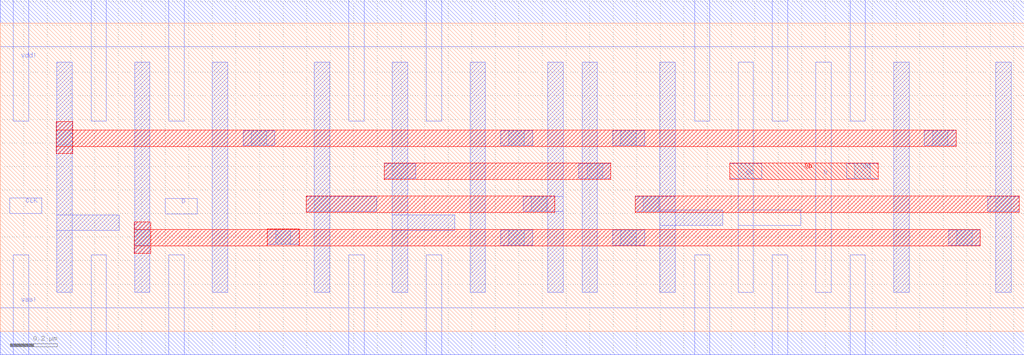
<source format=lef>
VERSION 5.8 ;
BUSBITCHARS "[]" ;
DIVIDERCHAR "/" ;

PROPERTYDEFINITIONS
  LAYER contactResistance REAL ;
END PROPERTYDEFINITIONS

UNITS
  DATABASE MICRONS 2000 ;
END UNITS
MANUFACTURINGGRID 0.0025 ;
LAYER OVERLAP
  TYPE OVERLAP ;
END OVERLAP

LAYER poly
  TYPE MASTERSLICE ;
END poly

LAYER contact
  TYPE CUT ;
  SPACING 0.075 ;
  PROPERTY contactResistance 10.5 ;
END contact

LAYER metal1
  TYPE ROUTING ;
  DIRECTION HORIZONTAL ;
  PITCH 0.19 0.19 ;
  WIDTH 0.065 ;
  SPACING 0.065 ;
  SPACING 0.065 SAMENET ;
  RESISTANCE RPERSQ 0.38 ;
END metal1

LAYER via1
  TYPE CUT ;
  SPACING 0.075 ;
  WIDTH 0.065 ;
  PROPERTY contactResistance 5.69 ;
END via1

LAYER metal2
  TYPE ROUTING ;
  DIRECTION VERTICAL ;
  PITCH 0.19 0.19 ;
  WIDTH 0.07 ;
  SPACING 0.075 ;
  SPACING 0.07 SAMENET ;
  RESISTANCE RPERSQ 0.25 ;
END metal2

LAYER via2
  TYPE CUT ;
  SPACING 0.085 ;
  WIDTH 0.07 ;
  PROPERTY contactResistance 11.39 ;
END via2

LAYER metal3
  TYPE ROUTING ;
  DIRECTION HORIZONTAL ;
  PITCH 0.19 0.19 ;
  WIDTH 0.07 ;
  SPACING 0.07 ;
  SPACING 0.07 SAMENET ;
  RESISTANCE RPERSQ 0.25 ;
END metal3

LAYER via3
  TYPE CUT ;
  SPACING 0.085 ;
  WIDTH 0.07 ;
  PROPERTY contactResistance 16.73 ;
END via3

LAYER metal4
  TYPE ROUTING ;
  DIRECTION VERTICAL ;
  PITCH 0.285 0.285 ;
  WIDTH 0.14 ;
  SPACING 0.14 ;
  SPACING 0.14 SAMENET ;
  RESISTANCE RPERSQ 0.25 ;
END metal4

LAYER via4
  TYPE CUT ;
  SPACING 0.16 ;
  WIDTH 0.14 ;
  PROPERTY contactResistance 21.44 ;
END via4

LAYER metal5
  TYPE ROUTING ;
  DIRECTION HORIZONTAL ;
  PITCH 0.285 0.285 ;
  WIDTH 0.14 ;
  SPACING 0.14 ;
  SPACING 0.14 SAMENET ;
  RESISTANCE RPERSQ 0.25 ;
END metal5

LAYER via5
  TYPE CUT ;
  SPACING 0.16 ;
  WIDTH 0.14 ;
  PROPERTY contactResistance 24.08 ;
END via5

LAYER metal6
  TYPE ROUTING ;
  DIRECTION VERTICAL ;
  PITCH 0.285 0.285 ;
  WIDTH 0.14 ;
  SPACING 0.14 ;
  SPACING 0.14 SAMENET ;
  RESISTANCE RPERSQ 0.25 ;
END metal6

LAYER via6
  TYPE CUT ;
  SPACING 0.16 ;
  WIDTH 0.14 ;
  PROPERTY contactResistance 11.39 ;
END via6

LAYER metal7
  TYPE ROUTING ;
  DIRECTION HORIZONTAL ;
  PITCH 0.855 0.855 ;
  WIDTH 0.4 ;
  SPACING 0.44 ;
  SPACING 0.44 SAMENET ;
  RESISTANCE RPERSQ 0.25 ;
END metal7

LAYER via7
  TYPE CUT ;
  SPACING 0.44 ;
  WIDTH 0.4 ;
  PROPERTY contactResistance 5.69 ;
END via7

LAYER metal8
  TYPE ROUTING ;
  DIRECTION VERTICAL ;
  PITCH 0.855 0.855 ;
  WIDTH 0.4 ;
  SPACING 0.44 ;
  SPACING 0.44 SAMENET ;
  RESISTANCE RPERSQ 0.25 ;
END metal8

LAYER via8
  TYPE CUT ;
  SPACING 0.44 ;
  WIDTH 0.4 ;
  PROPERTY contactResistance 16.73 ;
END via8

LAYER metal9
  TYPE ROUTING ;
  DIRECTION HORIZONTAL ;
  PITCH 1.71 1.71 ;
  WIDTH 0.8 ;
  SPACING 0.8 ;
  SPACING 0.8 SAMENET ;
  RESISTANCE RPERSQ 0.21 ;
END metal9

LAYER via9
  TYPE CUT ;
  SPACING 0.88 ;
  WIDTH 0.8 ;
  PROPERTY contactResistance 21.44 ;
END via9

LAYER metal10
  TYPE ROUTING ;
  DIRECTION VERTICAL ;
  PITCH 1.71 1.71 ;
  WIDTH 0.4 ;
  SPACING 0.8 ;
  SPACING 0.8 SAMENET ;
  RESISTANCE RPERSQ 0.21 ;
END metal10

VIARULE M2_M1 GENERATE
  LAYER metal1 ;
    ENCLOSURE 0 0.035 ;
  LAYER metal2 ;
    ENCLOSURE 0 0.035 ;
  LAYER via1 ;
    RECT -0.0325 -0.0325 0.0325 0.0325 ;
    SPACING 0.14 BY 0.14 ;
END M2_M1

VIARULE M3_M2 GENERATE
  LAYER metal2 ;
    ENCLOSURE 0 0.035 ;
  LAYER metal3 ;
    ENCLOSURE 0 0.035 ;
  LAYER via2 ;
    RECT -0.035 -0.035 0.035 0.035 ;
    SPACING 0.155 BY 0.155 ;
END M3_M2

VIARULE M4_M3 GENERATE
  LAYER metal3 ;
    ENCLOSURE 0 0.035 ;
  LAYER metal4 ;
    ENCLOSURE 0 0 ;
  LAYER via3 ;
    RECT -0.035 -0.035 0.035 0.035 ;
    SPACING 0.155 BY 0.155 ;
END M4_M3

VIARULE M5_M4 GENERATE
  LAYER metal4 ;
    ENCLOSURE 0 0 ;
  LAYER metal5 ;
    ENCLOSURE 0 0 ;
  LAYER via4 ;
    RECT -0.07 -0.07 0.07 0.07 ;
    SPACING 0.3 BY 0.3 ;
END M5_M4

VIARULE M6_M5 GENERATE
  LAYER metal5 ;
    ENCLOSURE 0 0 ;
  LAYER metal6 ;
    ENCLOSURE 0 0 ;
  LAYER via5 ;
    RECT -0.07 -0.07 0.07 0.07 ;
    SPACING 0.3 BY 0.3 ;
END M6_M5

VIARULE M7_M6 GENERATE
  LAYER metal6 ;
    ENCLOSURE 0 0 ;
  LAYER metal7 ;
    ENCLOSURE 0.13 0.13 ;
  LAYER via6 ;
    RECT -0.07 -0.07 0.07 0.07 ;
    SPACING 0.3 BY 0.3 ;
END M7_M6

VIARULE M8_M7 GENERATE
  LAYER metal7 ;
    ENCLOSURE 0 0 ;
  LAYER metal8 ;
    ENCLOSURE 0 0 ;
  LAYER via7 ;
    RECT -0.2 -0.2 0.2 0.2 ;
    SPACING 0.8 BY 0.8 ;
END M8_M7

VIARULE M9_M8 GENERATE
  LAYER metal8 ;
    ENCLOSURE 0 0 ;
  LAYER metal9 ;
    ENCLOSURE 0.2 0.2 ;
  LAYER via8 ;
    RECT -0.2 -0.2 0.2 0.2 ;
    SPACING 0.8 BY 0.8 ;
END M9_M8

VIARULE M10_M9 GENERATE
  LAYER metal9 ;
    ENCLOSURE 0 0 ;
  LAYER metal10 ;
    ENCLOSURE 0 0 ;
  LAYER via9 ;
    RECT -0.4 -0.4 0.4 0.4 ;
    SPACING 1.6 BY 1.6 ;
END M10_M9

VIARULE M1_POLY GENERATE
  LAYER poly ;
    ENCLOSURE 0 0 ;
  LAYER metal1 ;
    ENCLOSURE 0 0.035 ;
  LAYER contact ;
    RECT -0.0325 -0.0325 0.0325 0.0325 ;
    SPACING 0.14 BY 0.14 ;
END M1_POLY

VIA M2_M1_via DEFAULT
  LAYER metal1 ;
    RECT -0.0675 -0.0325 0.0675 0.0325 ;
  LAYER via1 ;
    RECT -0.0325 -0.0325 0.0325 0.0325 ;
  LAYER metal2 ;
    RECT -0.035 -0.0675 0.035 0.0675 ;
END M2_M1_via

VIA M3_M2_via DEFAULT
  LAYER metal2 ;
    RECT -0.035 -0.07 0.035 0.07 ;
  LAYER via2 ;
    RECT -0.035 -0.035 0.035 0.035 ;
  LAYER metal3 ;
    RECT -0.07 -0.035 0.07 0.035 ;
END M3_M2_via

VIA M4_M3_via DEFAULT
  LAYER metal3 ;
    RECT -0.07 -0.035 0.07 0.035 ;
  LAYER via3 ;
    RECT -0.035 -0.035 0.035 0.035 ;
  LAYER metal4 ;
    RECT -0.07 -0.07 0.07 0.07 ;
END M4_M3_via

VIA M5_M4_via DEFAULT
  LAYER metal4 ;
    RECT -0.07 -0.07 0.07 0.07 ;
  LAYER via4 ;
    RECT -0.07 -0.07 0.07 0.07 ;
  LAYER metal5 ;
    RECT -0.07 -0.07 0.07 0.07 ;
END M5_M4_via

VIA M6_M5_via DEFAULT
  LAYER metal5 ;
    RECT -0.07 -0.07 0.07 0.07 ;
  LAYER via5 ;
    RECT -0.07 -0.07 0.07 0.07 ;
  LAYER metal6 ;
    RECT -0.07 -0.07 0.07 0.07 ;
END M6_M5_via

VIA M7_M6_via DEFAULT
  LAYER metal6 ;
    RECT -0.07 -0.07 0.07 0.07 ;
  LAYER via6 ;
    RECT -0.07 -0.07 0.07 0.07 ;
  LAYER metal7 ;
    RECT -0.2 -0.2 0.2 0.2 ;
END M7_M6_via

VIA M8_M7_via DEFAULT
  LAYER metal7 ;
    RECT -0.2 -0.2 0.2 0.2 ;
  LAYER via7 ;
    RECT -0.2 -0.2 0.2 0.2 ;
  LAYER metal8 ;
    RECT -0.2 -0.2 0.2 0.2 ;
END M8_M7_via

VIA M9_M8_via DEFAULT
  LAYER metal8 ;
    RECT -0.2 -0.2 0.2 0.2 ;
  LAYER via8 ;
    RECT -0.2 -0.2 0.2 0.2 ;
  LAYER metal9 ;
    RECT -0.4 -0.4 0.4 0.4 ;
END M9_M8_via

VIA M10_M9_via DEFAULT
  LAYER metal9 ;
    RECT -0.4 -0.4 0.4 0.4 ;
  LAYER via9 ;
    RECT -0.4 -0.4 0.4 0.4 ;
  LAYER metal10 ;
    RECT -0.4 -0.4 0.4 0.4 ;
END M10_M9_via

VIA M2_M1_viaB DEFAULT
  LAYER metal1 ;
    RECT -0.0675 -0.0325 0.0675 0.0325 ;
  LAYER via1 ;
    RECT -0.0325 -0.0325 0.0325 0.0325 ;
  LAYER metal2 ;
    RECT -0.0675 -0.035 0.0675 0.035 ;
END M2_M1_viaB

VIA M2_M1_viaC DEFAULT
  LAYER metal1 ;
    RECT -0.0325 -0.0675 0.0325 0.0675 ;
  LAYER via1 ;
    RECT -0.0325 -0.0325 0.0325 0.0325 ;
  LAYER metal2 ;
    RECT -0.035 -0.0675 0.035 0.0675 ;
END M2_M1_viaC

VIA M3_M2_viaB DEFAULT
  LAYER metal2 ;
    RECT -0.035 -0.07 0.035 0.07 ;
  LAYER via2 ;
    RECT -0.035 -0.035 0.035 0.035 ;
  LAYER metal3 ;
    RECT -0.035 -0.07 0.035 0.07 ;
END M3_M2_viaB

VIA M3_M2_viaC DEFAULT
  LAYER metal2 ;
    RECT -0.07 -0.035 0.07 0.035 ;
  LAYER via2 ;
    RECT -0.035 -0.035 0.035 0.035 ;
  LAYER metal3 ;
    RECT -0.07 -0.035 0.07 0.035 ;
END M3_M2_viaC

VIA M4_M3_viaB DEFAULT
  LAYER metal3 ;
    RECT -0.035 -0.07 0.035 0.07 ;
  LAYER via3 ;
    RECT -0.035 -0.035 0.035 0.035 ;
  LAYER metal4 ;
    RECT -0.07 -0.07 0.07 0.07 ;
END M4_M3_viaB

SITE CoreSite
  CLASS CORE ;
  SIZE 0.005 BY 1.3075 ;
END CoreSite

MACRO aoi21
  CLASS CORE ;
  ORIGIN 0 -0.1 ;
  FOREIGN aoi21 0 0.1 ;
  SIZE 0.7525 BY 1.3075 ;
  SYMMETRY X Y ;
  SITE CoreSite ;
  PIN A
    DIRECTION INPUT ;
    USE SIGNAL ;
    PORT
      LAYER metal1 ;
        RECT 0.085 0.5975 0.15 0.7325 ;
    END
  END A
  PIN B
    DIRECTION INPUT ;
    USE SIGNAL ;
    PORT
      LAYER metal1 ;
        RECT 0.3025 0.5975 0.3675 0.7325 ;
    END
  END B
  PIN C
    DIRECTION INPUT ;
    USE SIGNAL ;
    PORT
      LAYER metal1 ;
        RECT 0.565 0.49 0.7 0.555 ;
    END
  END C
  PIN Z
    DIRECTION OUTPUT ;
    USE SIGNAL ;
    PORT
      LAYER metal1 ;
        RECT 0.6325 0.62 0.6975 1.2425 ;
        RECT 0.4325 0.62 0.6975 0.685 ;
        RECT 0.4325 0.265 0.4975 0.685 ;
    END
  END Z
  PIN vdd!
    DIRECTION INOUT ;
    USE POWER ;
    SHAPE ABUTMENT ;
    PORT
      LAYER metal1 ;
        RECT 0 1.3075 0.7525 1.5075 ;
        RECT 0.2425 0.8125 0.3075 1.5075 ;
    END
  END vdd!
  PIN vss!
    DIRECTION INOUT ;
    USE GROUND ;
    SHAPE ABUTMENT ;
    PORT
      LAYER metal1 ;
        RECT 0 0 0.7525 0.2 ;
        RECT 0.6325 0 0.6975 0.425 ;
        RECT 0.055 0 0.12 0.515 ;
    END
  END vss!
  OBS
    LAYER metal1 ;
      RECT 0.4325 0.8125 0.4975 1.2425 ;
      RECT 0.055 0.8125 0.12 1.2425 ;
    LAYER metal2 ;
      RECT 0.43 0.96 0.5 1.095 ;
      RECT 0.0525 0.96 0.1225 1.095 ;
      RECT 0.0525 0.9925 0.5 1.0625 ;
    LAYER via1 ;
      RECT 0.4325 0.995 0.4975 1.06 ;
      RECT 0.055 0.995 0.12 1.06 ;
  END
END aoi21

MACRO buf
  CLASS CORE ;
  ORIGIN 0 -0.1 ;
  FOREIGN buf 0 0.1 ;
  SIZE 0.55 BY 1.3075 ;
  SYMMETRY X Y ;
  SITE CoreSite ;
  PIN A
    DIRECTION INPUT ;
    USE SIGNAL ;
    PORT
      LAYER metal1 ;
        RECT 0.185 0.7925 0.25 0.9275 ;
    END
  END A
  PIN Z
    DIRECTION OUTPUT ;
    USE SIGNAL ;
    PORT
      LAYER metal1 ;
        RECT 0.43 0.265 0.495 1.2425 ;
    END
  END Z
  PIN vdd!
    DIRECTION INOUT ;
    USE POWER ;
    SHAPE ABUTMENT ;
    PORT
      LAYER metal1 ;
        RECT 0 1.3075 0.55 1.5075 ;
        RECT 0.2425 0.9925 0.3075 1.5075 ;
    END
  END vdd!
  PIN vss!
    DIRECTION INOUT ;
    USE GROUND ;
    SHAPE ABUTMENT ;
    PORT
      LAYER metal1 ;
        RECT 0 0 0.55 0.2 ;
        RECT 0.2425 0 0.3075 0.425 ;
    END
  END vss!
  OBS
    LAYER metal1 ;
      RECT 0.295 0.5925 0.36 0.7275 ;
      RECT 0.055 0.265 0.12 1.2425 ;
    LAYER metal2 ;
      RECT 0.2925 0.5925 0.3625 0.7275 ;
      RECT 0.0525 0.5925 0.1225 0.7275 ;
      RECT 0.0525 0.625 0.3625 0.695 ;
    LAYER via1 ;
      RECT 0.295 0.6275 0.36 0.6925 ;
      RECT 0.055 0.6275 0.12 0.6925 ;
  END
END buf

MACRO dff
  CLASS CORE ;
  ORIGIN 0 -0.1 ;
  FOREIGN dff 0 0.1 ;
  SIZE 4.3425 BY 1.3075 ;
  SYMMETRY X Y ;
  SITE CoreSite ;
  PIN CLK
    DIRECTION INPUT ;
    USE SIGNAL ;
    PORT
      LAYER metal1 ;
        RECT 0.04 0.6 0.175 0.665 ;
    END
  END CLK
  PIN D
    DIRECTION INPUT ;
    USE SIGNAL ;
    PORT
      LAYER metal1 ;
        RECT 0.7 0.5975 0.835 0.6625 ;
    END
  END D
  PIN Q
    DIRECTION OUTPUT ;
    USE SIGNAL ;
    PORT
      LAYER metal1 ;
        RECT 3.46 0.265 3.525 1.2425 ;
    END
  END Q
  PIN Qb
    DIRECTION OUTPUT ;
    USE SIGNAL ;
    PORT
      LAYER metal2 ;
        RECT 3.095 0.745 3.725 0.815 ;
      LAYER metal1 ;
        RECT 3.59 0.7475 3.725 0.8125 ;
        RECT 3.13 0.55 3.395 0.615 ;
        RECT 3.095 0.7475 3.23 0.8125 ;
        RECT 3.13 0.265 3.195 1.2425 ;
      LAYER via1 ;
        RECT 3.13 0.7475 3.195 0.8125 ;
        RECT 3.625 0.7475 3.69 0.8125 ;
    END
  END Qb
  PIN vdd!
    DIRECTION INOUT ;
    USE POWER ;
    SHAPE ABUTMENT ;
    PORT
      LAYER metal1 ;
        RECT 0 1.3075 4.3425 1.5075 ;
        RECT 3.605 0.9925 3.67 1.5075 ;
        RECT 3.275 0.9925 3.34 1.5075 ;
        RECT 2.945 0.9925 3.01 1.5075 ;
        RECT 1.8075 0.9925 1.8725 1.5075 ;
        RECT 1.4775 0.9925 1.5425 1.5075 ;
        RECT 0.715 0.9925 0.78 1.5075 ;
        RECT 0.385 0.9925 0.45 1.5075 ;
        RECT 0.055 0.9925 0.12 1.5075 ;
    END
  END vdd!
  PIN vss!
    DIRECTION INOUT ;
    USE GROUND ;
    SHAPE ABUTMENT ;
    PORT
      LAYER metal1 ;
        RECT 0 0 4.3425 0.2 ;
        RECT 3.605 0 3.67 0.425 ;
        RECT 3.275 0 3.34 0.425 ;
        RECT 2.945 0 3.01 0.425 ;
        RECT 1.8075 0 1.8725 0.425 ;
        RECT 1.4775 0 1.5425 0.425 ;
        RECT 0.715 0 0.78 0.425 ;
        RECT 0.385 0 0.45 0.425 ;
        RECT 0.055 0 0.12 0.425 ;
    END
  END vss!
  OBS
    LAYER metal1 ;
      RECT 4.2225 0.265 4.2875 1.2425 ;
      RECT 4.1875 0.6075 4.3225 0.6725 ;
      RECT 2.7975 0.265 2.8625 1.2425 ;
      RECT 2.6925 0.6075 2.8625 0.6725 ;
      RECT 2.7975 0.55 3.065 0.615 ;
      RECT 2.4675 0.265 2.5325 1.2425 ;
      RECT 2.455 0.7475 2.59 0.8125 ;
      RECT 2.3225 0.265 2.3875 1.2425 ;
      RECT 2.2175 0.6075 2.3875 0.6725 ;
      RECT 1.6625 0.265 1.7275 1.2425 ;
      RECT 1.6275 0.7475 1.7625 0.8125 ;
      RECT 1.6625 0.5275 1.9275 0.5925 ;
      RECT 1.3325 0.265 1.3975 1.2425 ;
      RECT 1.2975 0.6075 1.5975 0.6725 ;
      RECT 0.24 0.265 0.305 1.2425 ;
      RECT 0.24 0.5275 0.505 0.5925 ;
      RECT 4.0225 0.465 4.1575 0.53 ;
      RECT 3.92 0.8875 4.055 0.9525 ;
      RECT 3.79 0.265 3.855 1.2425 ;
      RECT 2.5975 0.465 2.7325 0.53 ;
      RECT 2.5975 0.8875 2.7325 0.9525 ;
      RECT 2.1225 0.465 2.2575 0.53 ;
      RECT 2.1225 0.8875 2.2575 0.9525 ;
      RECT 1.9925 0.265 2.0575 1.2425 ;
      RECT 1.1325 0.4675 1.2675 0.5325 ;
      RECT 1.03 0.8875 1.165 0.9525 ;
      RECT 0.9 0.265 0.965 1.2425 ;
      RECT 0.57 0.265 0.635 1.2425 ;
    LAYER metal2 ;
      RECT 0.5675 0.43 0.6375 0.565 ;
      RECT 1.1325 0.4625 1.2675 0.535 ;
      RECT 0.5675 0.4625 4.1575 0.5325 ;
      RECT 0.2375 0.855 0.3075 0.99 ;
      RECT 0.2375 0.885 4.055 0.955 ;
      RECT 2.6925 0.605 4.3225 0.675 ;
      RECT 1.6275 0.745 2.59 0.815 ;
      RECT 1.2975 0.605 2.3525 0.675 ;
    LAYER via1 ;
      RECT 4.2225 0.6075 4.2875 0.6725 ;
      RECT 4.0575 0.465 4.1225 0.53 ;
      RECT 3.955 0.8875 4.02 0.9525 ;
      RECT 2.7275 0.6075 2.7925 0.6725 ;
      RECT 2.6325 0.465 2.6975 0.53 ;
      RECT 2.6325 0.8875 2.6975 0.9525 ;
      RECT 2.49 0.7475 2.555 0.8125 ;
      RECT 2.2525 0.6075 2.3175 0.6725 ;
      RECT 2.1575 0.465 2.2225 0.53 ;
      RECT 2.1575 0.8875 2.2225 0.9525 ;
      RECT 1.6625 0.7475 1.7275 0.8125 ;
      RECT 1.3325 0.6075 1.3975 0.6725 ;
      RECT 1.1675 0.4675 1.2325 0.5325 ;
      RECT 1.065 0.8875 1.13 0.9525 ;
      RECT 0.57 0.465 0.635 0.53 ;
      RECT 0.24 0.89 0.305 0.955 ;
  END
END dff

MACRO dlatch
  CLASS CORE ;
  ORIGIN 0 -0.1 ;
  FOREIGN dlatch 0 0.1 ;
  SIZE 2.4425 BY 1.3075 ;
  SYMMETRY X Y ;
  SITE CoreSite ;
  PIN D
    DIRECTION INPUT ;
    USE SIGNAL ;
    PORT
      LAYER metal1 ;
        RECT 0.7 0.655 0.835 0.72 ;
    END
  END D
  PIN EN
    DIRECTION INPUT ;
    USE SIGNAL ;
    PORT
      LAYER metal1 ;
        RECT 0.04 0.655 0.175 0.72 ;
    END
  END EN
  PIN Q
    DIRECTION OUTPUT ;
    USE SIGNAL ;
    PORT
      LAYER metal1 ;
        RECT 1.56 0.7225 1.825 0.7875 ;
        RECT 1.56 0.265 1.625 1.2425 ;
    END
  END Q
  PIN Qb
    DIRECTION OUTPUT ;
    USE SIGNAL ;
    PORT
      LAYER metal1 ;
        RECT 1.89 0.265 1.955 1.2425 ;
    END
  END Qb
  PIN vdd!
    DIRECTION INOUT ;
    USE POWER ;
    SHAPE ABUTMENT ;
    PORT
      LAYER metal1 ;
        RECT 0 1.3075 2.4425 1.5075 ;
        RECT 1.705 0.9925 1.77 1.5075 ;
        RECT 1.375 0.9925 1.44 1.5075 ;
        RECT 0.715 0.9925 0.78 1.5075 ;
        RECT 0.385 0.9925 0.45 1.5075 ;
        RECT 0.055 0.9925 0.12 1.5075 ;
    END
  END vdd!
  PIN vss!
    DIRECTION INOUT ;
    USE GROUND ;
    SHAPE ABUTMENT ;
    PORT
      LAYER metal1 ;
        RECT 0 0 2.4425 0.2 ;
        RECT 1.705 0 1.77 0.425 ;
        RECT 1.375 0 1.44 0.425 ;
        RECT 0.715 0 0.78 0.425 ;
        RECT 0.385 0 0.45 0.425 ;
        RECT 0.055 0 0.12 0.425 ;
    END
  END vss!
  OBS
    LAYER metal1 ;
      RECT 1.23 0.265 1.295 1.2425 ;
      RECT 1.23 0.6075 1.495 0.6725 ;
      RECT 0.24 0.265 0.305 1.2425 ;
      RECT 0.24 0.655 0.505 0.72 ;
      RECT 2.3225 0.265 2.3875 1.2425 ;
      RECT 2.1225 0.465 2.2575 0.53 ;
      RECT 2.02 0.8875 2.155 0.9525 ;
      RECT 1.03 0.465 1.165 0.53 ;
      RECT 1.03 0.8875 1.165 0.9525 ;
      RECT 0.9 0.265 0.965 1.2425 ;
      RECT 0.57 0.265 0.635 1.2425 ;
    LAYER metal2 ;
      RECT 2.32 0.5725 2.39 0.7075 ;
      RECT 1.2975 0.605 2.39 0.675 ;
      RECT 0.5675 0.43 0.6375 0.565 ;
      RECT 0.5675 0.4625 2.2575 0.5325 ;
      RECT 0.2375 0.855 0.3075 0.99 ;
      RECT 0.2375 0.885 2.155 0.955 ;
    LAYER via1 ;
      RECT 2.3225 0.6075 2.3875 0.6725 ;
      RECT 2.1575 0.465 2.2225 0.53 ;
      RECT 2.055 0.8875 2.12 0.9525 ;
      RECT 1.3325 0.6075 1.3975 0.6725 ;
      RECT 1.065 0.465 1.13 0.53 ;
      RECT 1.065 0.8875 1.13 0.9525 ;
      RECT 0.57 0.465 0.635 0.53 ;
      RECT 0.24 0.89 0.305 0.955 ;
  END
END dlatch

MACRO inv
  CLASS CORE ;
  ORIGIN 0 -0.1 ;
  FOREIGN inv 0 0.1 ;
  SIZE 0.36 BY 1.3075 ;
  SYMMETRY X Y ;
  SITE CoreSite ;
  PIN A
    DIRECTION INPUT ;
    USE SIGNAL ;
    PORT
      LAYER metal1 ;
        RECT 0.04 0.655 0.175 0.72 ;
    END
  END A
  PIN Z
    DIRECTION OUTPUT ;
    USE SIGNAL ;
    PORT
      LAYER metal1 ;
        RECT 0.24 0.265 0.305 1.2425 ;
    END
  END Z
  PIN vdd!
    DIRECTION INOUT ;
    USE POWER ;
    SHAPE ABUTMENT ;
    PORT
      LAYER metal1 ;
        RECT 0 1.3075 0.36 1.5075 ;
        RECT 0.055 0.9925 0.12 1.5075 ;
    END
  END vdd!
  PIN vss!
    DIRECTION INOUT ;
    USE GROUND ;
    SHAPE ABUTMENT ;
    PORT
      LAYER metal1 ;
        RECT 0 0 0.36 0.2 ;
        RECT 0.055 0 0.12 0.425 ;
    END
  END vss!
END inv

MACRO mux2
  CLASS CORE ;
  ORIGIN 0 -0.1 ;
  FOREIGN mux2 0 0.1 ;
  SIZE 1.625 BY 1.3075 ;
  SYMMETRY X Y ;
  SITE CoreSite ;
  PIN A
    DIRECTION INPUT ;
    USE SIGNAL ;
    PORT
      LAYER metal1 ;
        RECT 0.615 0.5825 0.68 0.7175 ;
    END
  END A
  PIN B
    DIRECTION INPUT ;
    USE SIGNAL ;
    PORT
      LAYER metal1 ;
        RECT 0.91 0.5525 1.045 0.6175 ;
    END
  END B
  PIN S
    DIRECTION INPUT ;
    USE SIGNAL ;
    PORT
      LAYER metal2 ;
        RECT 0.0825 0.5775 1.245 0.6475 ;
        RECT 0.0825 0.545 0.1525 0.68 ;
      LAYER metal1 ;
        RECT 1.11 0.58 1.245 0.645 ;
        RECT 0.085 0.545 0.15 0.68 ;
      LAYER via1 ;
        RECT 0.085 0.58 0.15 0.645 ;
        RECT 1.145 0.58 1.21 0.645 ;
    END
  END S
  PIN Z
    DIRECTION OUTPUT ;
    USE SIGNAL ;
    PORT
      LAYER metal1 ;
        RECT 1.505 0.265 1.57 1.2425 ;
    END
  END Z
  PIN vdd!
    DIRECTION INOUT ;
    USE POWER ;
    SHAPE ABUTMENT ;
    PORT
      LAYER metal1 ;
        RECT 0 1.3075 1.625 1.5075 ;
        RECT 1.32 0.9925 1.385 1.5075 ;
        RECT 0.5725 0.8125 0.6375 1.5075 ;
        RECT 0.055 0.9925 0.12 1.5075 ;
    END
  END vdd!
  PIN vss!
    DIRECTION INOUT ;
    USE GROUND ;
    SHAPE ABUTMENT ;
    PORT
      LAYER metal1 ;
        RECT 0 0 1.625 0.2 ;
        RECT 1.32 0 1.385 0.425 ;
        RECT 1.175 0 1.24 0.515 ;
        RECT 0.385 0 0.45 0.515 ;
        RECT 0.055 0 0.12 0.425 ;
    END
  END vss!
  OBS
    LAYER metal1 ;
      RECT 0.9875 0.6825 1.0525 1.2425 ;
      RECT 0.9525 0.72 1.0875 0.785 ;
      RECT 0.78 0.6825 1.0525 0.7475 ;
      RECT 0.78 0.265 0.845 0.7475 ;
      RECT 0.24 0.265 0.305 1.2425 ;
      RECT 0.24 0.65 0.505 0.715 ;
      RECT 1.305 0.72 1.44 0.785 ;
      RECT 1.175 0.8125 1.24 1.2425 ;
      RECT 0.78 0.8125 0.845 1.2425 ;
      RECT 0.385 0.8125 0.45 1.2425 ;
    LAYER metal2 ;
      RECT 1.1725 0.9925 1.2425 1.1275 ;
      RECT 0.7775 0.9925 0.8475 1.1275 ;
      RECT 0.3825 0.9925 0.4525 1.1275 ;
      RECT 0.3825 1.025 1.2425 1.095 ;
      RECT 0.9525 0.7175 1.44 0.7875 ;
    LAYER via1 ;
      RECT 1.34 0.72 1.405 0.785 ;
      RECT 1.175 1.0275 1.24 1.0925 ;
      RECT 0.9875 0.72 1.0525 0.785 ;
      RECT 0.78 1.0275 0.845 1.0925 ;
      RECT 0.385 1.0275 0.45 1.0925 ;
  END
END mux2

MACRO nand2
  CLASS CORE ;
  ORIGIN 0 -0.1 ;
  FOREIGN nand2 0 0.1 ;
  SIZE 0.55 BY 1.3075 ;
  SYMMETRY X Y ;
  SITE CoreSite ;
  PIN A
    DIRECTION INPUT ;
    USE SIGNAL ;
    PORT
      LAYER metal1 ;
        RECT 0.04 0.575 0.175 0.64 ;
    END
  END A
  PIN B
    DIRECTION INPUT ;
    USE SIGNAL ;
    PORT
      LAYER metal1 ;
        RECT 0.41 0.71 0.475 0.845 ;
    END
  END B
  PIN Z
    DIRECTION OUTPUT ;
    USE SIGNAL ;
    PORT
      LAYER metal1 ;
        RECT 0.2425 0.575 0.495 0.64 ;
        RECT 0.43 0.265 0.495 0.64 ;
        RECT 0.2425 0.575 0.3075 1.2425 ;
    END
  END Z
  PIN vdd!
    DIRECTION INOUT ;
    USE POWER ;
    SHAPE ABUTMENT ;
    PORT
      LAYER metal1 ;
        RECT 0 1.3075 0.55 1.5075 ;
        RECT 0.43 0.9925 0.495 1.5075 ;
        RECT 0.055 0.9925 0.12 1.5075 ;
    END
  END vdd!
  PIN vss!
    DIRECTION INOUT ;
    USE GROUND ;
    SHAPE ABUTMENT ;
    PORT
      LAYER metal1 ;
        RECT 0 0 0.55 0.2 ;
        RECT 0.055 0 0.12 0.515 ;
    END
  END vss!
END nand2

MACRO nor2
  CLASS CORE ;
  ORIGIN 0 -0.1 ;
  FOREIGN nor2 0 0.1 ;
  SIZE 0.55 BY 1.3075 ;
  SYMMETRY X Y ;
  SITE CoreSite ;
  PIN A
    DIRECTION INPUT ;
    USE SIGNAL ;
    PORT
      LAYER metal1 ;
        RECT 0.04 0.575 0.175 0.64 ;
    END
  END A
  PIN B
    DIRECTION INPUT ;
    USE SIGNAL ;
    PORT
      LAYER metal1 ;
        RECT 0.4 0.49 0.465 0.625 ;
    END
  END B
  PIN Z
    DIRECTION OUTPUT ;
    USE SIGNAL ;
    PORT
      LAYER metal1 ;
        RECT 0.43 0.69 0.495 1.2425 ;
        RECT 0.2425 0.69 0.495 0.755 ;
        RECT 0.2425 0.265 0.3075 0.755 ;
    END
  END Z
  PIN vdd!
    DIRECTION INOUT ;
    USE POWER ;
    SHAPE ABUTMENT ;
    PORT
      LAYER metal1 ;
        RECT 0 1.3075 0.55 1.5075 ;
        RECT 0.055 0.8125 0.12 1.5075 ;
    END
  END vdd!
  PIN vss!
    DIRECTION INOUT ;
    USE GROUND ;
    SHAPE ABUTMENT ;
    PORT
      LAYER metal1 ;
        RECT 0 0 0.55 0.2 ;
        RECT 0.43 0 0.495 0.425 ;
        RECT 0.055 0 0.12 0.425 ;
    END
  END vss!
END nor2

MACRO oai21
  CLASS CORE ;
  ORIGIN 0 -0.1 ;
  FOREIGN oai21 0 0.1 ;
  SIZE 0.76 BY 1.3075 ;
  SYMMETRY X Y ;
  SITE CoreSite ;
  PIN A
    DIRECTION INPUT ;
    USE SIGNAL ;
    PORT
      LAYER metal1 ;
        RECT 0.0425 0.6825 0.1775 0.7475 ;
    END
  END A
  PIN B
    DIRECTION INPUT ;
    USE SIGNAL ;
    PORT
      LAYER metal1 ;
        RECT 0.3725 0.585 0.5075 0.65 ;
    END
  END B
  PIN C
    DIRECTION INPUT ;
    USE SIGNAL ;
    PORT
      LAYER metal1 ;
        RECT 0.5725 0.715 0.7075 0.78 ;
    END
  END C
  PIN Z
    DIRECTION OUTPUT ;
    USE SIGNAL ;
    PORT
      LAYER metal1 ;
        RECT 0.43 0.715 0.495 1.2425 ;
        RECT 0.2425 0.715 0.495 0.78 ;
        RECT 0.2425 0.265 0.3075 0.78 ;
    END
  END Z
  PIN vdd!
    DIRECTION INOUT ;
    USE POWER ;
    SHAPE ABUTMENT ;
    PORT
      LAYER metal1 ;
        RECT 0 1.3075 0.76 1.5075 ;
        RECT 0.64 0.9925 0.705 1.5075 ;
        RECT 0.055 0.8125 0.12 1.5075 ;
    END
  END vdd!
  PIN vss!
    DIRECTION INOUT ;
    USE GROUND ;
    SHAPE ABUTMENT ;
    PORT
      LAYER metal1 ;
        RECT 0 0 0.76 0.2 ;
        RECT 0.64 0 0.705 0.515 ;
    END
  END vss!
  OBS
    LAYER metal1 ;
      RECT 0.43 0.265 0.495 0.515 ;
      RECT 0.055 0.265 0.12 0.515 ;
    LAYER metal2 ;
      RECT 0.4275 0.3225 0.4975 0.4575 ;
      RECT 0.0525 0.3225 0.1225 0.4575 ;
      RECT 0.0525 0.355 0.4975 0.425 ;
    LAYER via1 ;
      RECT 0.43 0.3575 0.495 0.4225 ;
      RECT 0.055 0.3575 0.12 0.4225 ;
  END
END oai21

MACRO or2
  CLASS CORE ;
  ORIGIN 0 -0.1025 ;
  FOREIGN or2 0 0.1025 ;
  SIZE 0.76 BY 1.305 ;
  SYMMETRY X Y ;
  SITE CoreSite ;
  PIN A
    DIRECTION INPUT ;
    USE SIGNAL ;
    PORT
      LAYER metal1 ;
        RECT 0.035 0.5275 0.17 0.5925 ;
    END
  END A
  PIN B
    DIRECTION INPUT ;
    USE SIGNAL ;
    PORT
      LAYER metal1 ;
        RECT 0.3725 0.49 0.5075 0.555 ;
    END
  END B
  PIN Z
    DIRECTION OUTPUT ;
    USE SIGNAL ;
    PORT
      LAYER metal1 ;
        RECT 0.64 0.265 0.705 1.2425 ;
    END
  END Z
  PIN vdd!
    DIRECTION INOUT ;
    USE POWER ;
    SHAPE ABUTMENT ;
    PORT
      LAYER metal1 ;
        RECT 0 1.3075 0.76 1.5075 ;
        RECT 0.43 0.8125 0.495 1.5075 ;
    END
  END vdd!
  PIN vss!
    DIRECTION INOUT ;
    USE GROUND ;
    SHAPE ABUTMENT ;
    PORT
      LAYER metal1 ;
        RECT 0 0 0.76 0.2 ;
        RECT 0.43 0 0.495 0.425 ;
        RECT 0.055 0 0.12 0.425 ;
    END
  END vss!
  OBS
    LAYER metal1 ;
      RECT 0.055 0.68 0.12 1.2425 ;
      RECT 0.055 0.68 0.575 0.745 ;
      RECT 0.2425 0.265 0.3075 0.745 ;
  END
END or2

MACRO xnor2
  CLASS CORE ;
  ORIGIN 0 -0.1 ;
  FOREIGN xnor2 0 0.1 ;
  SIZE 1.28 BY 1.3075 ;
  SYMMETRY X Y ;
  SITE CoreSite ;
  PIN A
    DIRECTION INPUT ;
    USE SIGNAL ;
    PORT
      LAYER metal2 ;
        RECT 0.04 0.5775 0.6975 0.6475 ;
      LAYER metal1 ;
        RECT 0.5625 0.58 0.6975 0.645 ;
        RECT 0.04 0.58 0.175 0.645 ;
      LAYER via1 ;
        RECT 0.075 0.58 0.14 0.645 ;
        RECT 0.5975 0.58 0.6625 0.645 ;
    END
  END A
  PIN B
    DIRECTION INPUT ;
    USE SIGNAL ;
    PORT
      LAYER metal2 ;
        RECT 0.8925 0.5825 1.0275 0.6525 ;
        RECT 0.4075 0.75 0.995 0.82 ;
        RECT 0.925 0.5825 0.995 0.82 ;
        RECT 0.4075 0.7175 0.4775 0.8525 ;
      LAYER metal1 ;
        RECT 0.8925 0.585 1.0275 0.65 ;
        RECT 0.41 0.7175 0.475 0.8525 ;
      LAYER via1 ;
        RECT 0.41 0.7525 0.475 0.8175 ;
        RECT 0.9275 0.585 0.9925 0.65 ;
    END
  END B
  PIN Z
    DIRECTION OUTPUT ;
    USE SIGNAL ;
    PORT
      LAYER metal1 ;
        RECT 0.95 0.715 1.015 1.2425 ;
        RECT 0.7625 0.715 1.015 0.78 ;
        RECT 0.7625 0.265 0.8275 0.78 ;
    END
  END Z
  PIN vdd!
    DIRECTION INOUT ;
    USE POWER ;
    SHAPE ABUTMENT ;
    PORT
      LAYER metal1 ;
        RECT 0 1.3075 1.28 1.5075 ;
        RECT 1.16 0.9925 1.225 1.5075 ;
        RECT 0.575 0.8125 0.64 1.5075 ;
        RECT 0.43 0.9925 0.495 1.5075 ;
        RECT 0.055 0.9925 0.12 1.5075 ;
    END
  END vdd!
  PIN vss!
    DIRECTION INOUT ;
    USE GROUND ;
    SHAPE ABUTMENT ;
    PORT
      LAYER metal1 ;
        RECT 0 0 1.28 0.2 ;
        RECT 1.16 0 1.225 0.515 ;
        RECT 0.055 0 0.12 0.515 ;
    END
  END vss!
  OBS
    LAYER metal1 ;
      RECT 0.2425 0.575 0.3075 1.2425 ;
      RECT 0.2425 0.575 0.495 0.64 ;
      RECT 0.43 0.265 0.495 0.64 ;
      RECT 1.0925 0.765 1.2275 0.83 ;
      RECT 0.95 0.265 1.015 0.515 ;
      RECT 0.575 0.265 0.64 0.515 ;
    LAYER metal2 ;
      RECT 0.24 0.89 0.31 1.025 ;
      RECT 0.24 0.9225 1.1975 0.9925 ;
      RECT 1.1275 0.7625 1.1975 0.9925 ;
      RECT 1.0925 0.7625 1.2275 0.8325 ;
      RECT 0.9475 0.3225 1.0175 0.4575 ;
      RECT 0.5725 0.3225 0.6425 0.4575 ;
      RECT 0.5725 0.355 1.0175 0.425 ;
    LAYER via1 ;
      RECT 1.1275 0.765 1.1925 0.83 ;
      RECT 0.95 0.3575 1.015 0.4225 ;
      RECT 0.575 0.3575 0.64 0.4225 ;
      RECT 0.2425 0.925 0.3075 0.99 ;
  END
END xnor2

MACRO xor2
  CLASS CORE ;
  ORIGIN 0 -0.1 ;
  FOREIGN xor2 0 0.1 ;
  SIZE 1.275 BY 1.3075 ;
  SYMMETRY X Y ;
  SITE CoreSite ;
  PIN A
    DIRECTION INPUT ;
    USE SIGNAL ;
    PORT
      LAYER metal2 ;
        RECT 0.0725 0.745 0.6775 0.815 ;
        RECT 0.6075 0.5975 0.6775 0.815 ;
        RECT 0.04 0.5725 0.175 0.6425 ;
        RECT 0.0725 0.5725 0.1425 0.815 ;
      LAYER metal1 ;
        RECT 0.61 0.5975 0.675 0.7325 ;
        RECT 0.04 0.575 0.175 0.64 ;
      LAYER via1 ;
        RECT 0.075 0.575 0.14 0.64 ;
        RECT 0.61 0.6325 0.675 0.6975 ;
    END
  END A
  PIN B
    DIRECTION INPUT ;
    USE SIGNAL ;
    PORT
      LAYER metal2 ;
        RECT 0.8225 0.435 0.8925 0.7325 ;
        RECT 0.3975 0.435 0.8925 0.505 ;
        RECT 0.3975 0.435 0.4675 0.625 ;
      LAYER metal1 ;
        RECT 0.825 0.5975 0.89 0.7325 ;
        RECT 0.4 0.49 0.465 0.625 ;
      LAYER via1 ;
        RECT 0.4 0.525 0.465 0.59 ;
        RECT 0.825 0.6325 0.89 0.6975 ;
    END
  END B
  PIN Z
    DIRECTION OUTPUT ;
    USE SIGNAL ;
    PORT
      LAYER metal1 ;
        RECT 1.155 0.62 1.22 1.2425 ;
        RECT 0.955 0.62 1.22 0.685 ;
        RECT 0.955 0.265 1.02 0.685 ;
    END
  END Z
  PIN vdd!
    DIRECTION INOUT ;
    USE POWER ;
    SHAPE ABUTMENT ;
    PORT
      LAYER metal1 ;
        RECT 0 1.3075 1.275 1.5075 ;
        RECT 0.765 0.8125 0.83 1.5075 ;
        RECT 0.055 0.8125 0.12 1.5075 ;
    END
  END vdd!
  PIN vss!
    DIRECTION INOUT ;
    USE GROUND ;
    SHAPE ABUTMENT ;
    PORT
      LAYER metal1 ;
        RECT 0 0 1.275 0.2 ;
        RECT 1.155 0 1.22 0.425 ;
        RECT 0.5775 0 0.6425 0.515 ;
        RECT 0.43 0 0.495 0.425 ;
        RECT 0.055 0 0.12 0.425 ;
    END
  END vss!
  OBS
    LAYER metal1 ;
      RECT 0.43 0.69 0.495 1.2425 ;
      RECT 0.2425 0.69 0.495 0.755 ;
      RECT 0.2425 0.265 0.3075 0.755 ;
      RECT 1.0875 0.49 1.2225 0.555 ;
      RECT 0.955 0.8125 1.02 1.2425 ;
      RECT 0.5775 0.8125 0.6425 1.2425 ;
    LAYER metal2 ;
      RECT 1.0875 0.4875 1.2225 0.5575 ;
      RECT 0.24 0.295 0.31 0.5425 ;
      RECT 1.12 0.295 1.19 0.5575 ;
      RECT 0.24 0.295 1.19 0.365 ;
      RECT 0.9525 0.96 1.0225 1.095 ;
      RECT 0.575 0.96 0.645 1.095 ;
      RECT 0.575 0.9925 1.0225 1.0625 ;
    LAYER via1 ;
      RECT 1.1225 0.49 1.1875 0.555 ;
      RECT 0.955 0.995 1.02 1.06 ;
      RECT 0.5775 0.995 0.6425 1.06 ;
      RECT 0.2425 0.4425 0.3075 0.5075 ;
  END
END xor2

END LIBRARY

</source>
